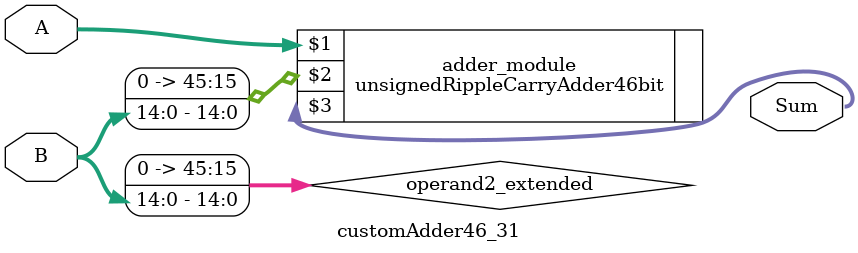
<source format=v>
module customAdder46_31(
                        input [45 : 0] A,
                        input [14 : 0] B,
                        
                        output [46 : 0] Sum
                );

        wire [45 : 0] operand2_extended;
        
        assign operand2_extended =  {31'b0, B};
        
        unsignedRippleCarryAdder46bit adder_module(
            A,
            operand2_extended,
            Sum
        );
        
        endmodule
        
</source>
